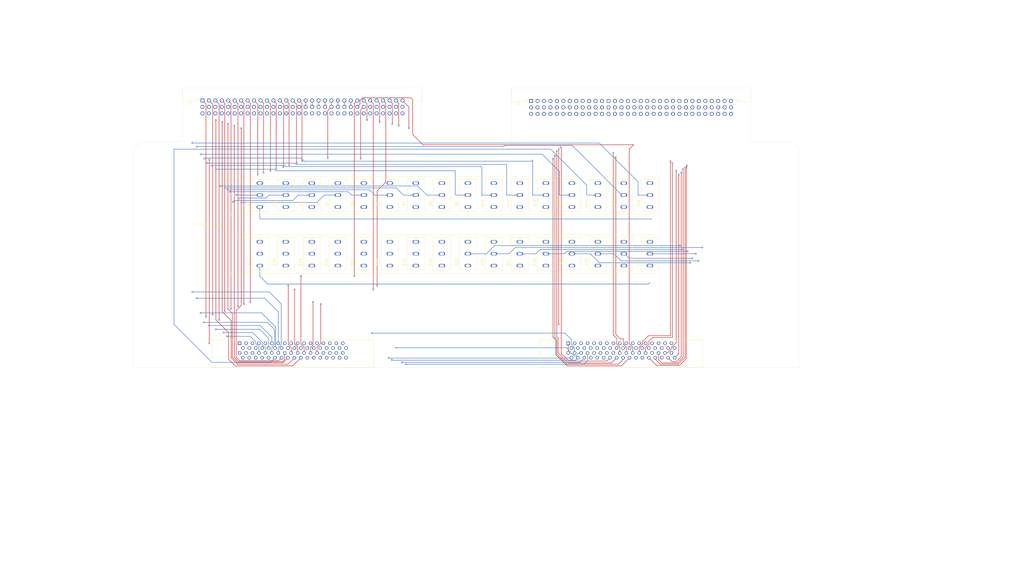
<source format=kicad_pcb>
(kicad_pcb (version 20241229) (generator "pcbnew") (generator_version "9.0")
  (layers (0 "F.Cu" signal "Top Layer") (4 "In1.Cu" signal) (6 "In2.Cu" signal) (8 "In3.Cu" signal) (10 "In4.Cu" signal) (2 "B.Cu" signal "Bottom Layer") (13 "F.Paste" user "Top Paste") (15 "B.Paste" user "Bottom Paste") (5 "F.SilkS" user "Top Overlay") (7 "B.SilkS" user "Bottom Overlay") (1 "F.Mask" user "Top Solder") (3 "B.Mask" user "Bottom Solder") (25 "Edge.Cuts" user))
  (property "ADDRESS1" "")
  (property "ADDRESS2" "")
  (property "ADDRESS3" "")
  (property "ADDRESS4" "")
  (property "AUTHOR" "")
  (property "DOCUMENTNUMBER" "")
  (property "DRAWNBY" "Ivan P. revised by Marko M.")
  (property "ENGINEER" "Default")
  (property "ORGANIZATION" "Typhoon HIL")
  (property "PAGESETUP" "Record=PageOptions¦CenterHorizontal=True¦CenterVertical=True¦PrintScale=0.97¦XCorrection=1.00¦YCorrection=1.00¦PrintKind=0¦BorderSize=5000000¦LeftOffset=0¦BottomOffset=0¦Orientation=2¦PaperLength=1000¦PaperWidth=1000¦Scale=100¦PaperSource=7¦PrintQuality=-4¦MediaType=1¦DitherType=10¦PaperKind=A4¦PrintScaleMode=1")
  (property "PROJECTNAME" "Snap-In Breakout Board 3.0")
  (property "SHEETTOTAL" "1")
  (property "SIZE" "A2")
  (net 0 "")
  (net 1 "AGND")
  (net 2 "AO2")
  (net 3 "AO6")
  (net 5 "AO0")
  (net 6 "AI13")
  (net 7 "AO12")
  (net 9 "Net-(J4-PadB5)")
  (net 10 "AI0")
  (net 11 "AO8")
  (net 13 "AO13")
  (net 14 "Net-(J4-PadB6)")
  (net 15 "AI6")
  (net 16 "AO7")
  (net 17 "AO10")
  (net 18 "AI1")
  (net 19 "AO4")
  (net 20 "Net-(J4-PadA12)")
  (net 21 "AO5")
  (net 22 "AO14")
  (net 23 "AO15")
  (net 24 "AI15")
  (net 25 "AI14")
  (net 26 "Net-(J4-PadB9)")
  (net 27 "AO3")
  (net 28 "AO11")
  (net 29 "AI2")
  (net 30 "AI10")
  (net 31 "AO1")
  (net 32 "AI11")
  (net 33 "AI12")
  (net 34 "AI5")
  (net 35 "AI8")
  (net 36 "AI9")
  (net 37 "AO9")
  (net 38 "AI7")
  (net 39 "AI4")
  (net 40 "AI3")
  (net 41 "Net-(J4-PadB11)")
  (net 42 "DI0")
  (net 43 "Net-(J4-PadB3)")
  (net 44 "DO0")
  (net 46 "Net-(J4-PadA11)")
  (net 48 "Net-(J4-PadB7)")
  (net 49 "Net-(J4-PadB4)")
  (net 51 "Net-(J4-PadB8)")
  (net 52 "Net-(J4-PadB12)")
  (net 53 "Net-(J4-PadB13)")
  (net 54 "Net-(J4-PadA10)")
  (net 56 "Net-(J4-PadB2)")
  (net 58 "Net-(J4-PadB10)")
  (net 60 "Net-(J4-PadA13)")
  (net 63 "Net-(J5-PadB7)")
  (net 64 "Net-(J5-PadB8)")
  (net 65 "Net-(J5-PadB9)")
  (net 67 "Net-(J5-PadA12)")
  (net 69 "Net-(J5-PadB11)")
  (net 70 "Net-(J5-PadB10)")
  (net 72 "Net-(J5-PadB6)")
  (net 75 "Net-(J5-PadB4)")
  (net 76 "Net-(J5-PadB12)")
  (net 77 "Net-(J5-PadB13)")
  (net 78 "Net-(J5-PadA11)")
  (net 79 "Net-(J5-PadB5)")
  (net 82 "Net-(J5-PadA10)")
  (net 85 "Net-(J5-PadB3)")
  (net 86 "Net-(J5-PadA13)")
  (net 87 "Net-(J5-PadB2)")
  (net 88 "-12Vout")
  (net 89 "-5Vout")
  (net 90 "/ANout17")
  (net 91 "+5Vout")
  (net 92 "/ANout18")
  (net 93 "/ANout25")
  (net 94 "/ANout28")
  (net 95 "/ANout22")
  (net 96 "+12Vout")
  (net 97 "/ANout26")
  (net 98 "/ANout21")
  (net 99 "/ANout24")
  (net 100 "/ANout29")
  (net 101 "/ANout30")
  (net 102 "/ANout27")
  (net 103 "/ANout20")
  (net 104 "/ANout31")
  (net 105 "/ANout23")
  (net 106 "/ANout32")
  (net 107 "/ANout19")
  (net 108 "DGND")
  (net 109 "24VDout")
  (net 110 "5VDout")
  (net 111 "15VDout")
  (net 112 "3.3VDout_1")
  (net 113 "3.3VDout")
  (net 114 "DI21")
  (net 115 "DI15")
  (net 116 "DI23")
  (net 117 "DI28")
  (net 118 "DO11")
  (net 119 "DO1")
  (net 120 "DO17")
  (net 121 "DO6")
  (net 122 "DO3")
  (net 123 "DO30")
  (net 124 "DI7")
  (net 125 "DO27")
  (net 126 "DI11")
  (net 127 "DO25")
  (net 128 "DI20")
  (net 129 "DO29")
  (net 130 "DO28")
  (net 131 "DI5")
  (net 132 "DI8")
  (net 133 "DI18")
  (net 134 "DO13")
  (net 135 "DO23")
  (net 136 "DO4")
  (net 137 "DO15")
  (net 138 "DO22")
  (net 139 "DO16")
  (net 140 "DI1")
  (net 141 "DO26")
  (net 142 "DI25")
  (net 143 "DO2")
  (net 144 "DO10")
  (net 145 "DO31")
  (net 146 "DI24")
  (net 147 "DI10")
  (net 148 "DO5")
  (net 149 "DI2")
  (net 150 "DO19")
  (net 151 "DI30")
  (net 152 "DO14")
  (net 153 "DI26")
  (net 154 "DI16")
  (net 155 "DI22")
  (net 156 "DI14")
  (net 157 "DO20")
  (net 158 "DI27")
  (net 159 "DO9")
  (net 160 "DO24")
  (net 161 "DO8")
  (net 162 "DI31")
  (net 163 "DI29")
  (net 164 "DO21")
  (net 165 "DI3")
  (net 166 "DI13")
  (net 167 "DI17")
  (net 168 "DI9")
  (net 169 "DI6")
  (net 170 "DO12")
  (net 171 "DO18")
  (net 172 "DO7")
  (net 173 "DI19")
  (net 174 "DI4")
  (net 175 "DI12")
  (footprint "ProjectSpecificFootprints:TE_2-5174225-5" (layer "F.Cu") (at 209.46315 142.6789)
    (property "Reference" "J5")
    (property "Value" "2-5174225-5")
  )
  (footprint "ProjectSpecificFootprints:SW_SLW-1276864-4A-D" (layer "F.Cu") (at 97.7874 103.5839 90)
    (property "Reference" "S20")
    (property "Value" "SLW-1276864-4A-D")
  )
  (footprint "ProjectSpecificFootprints:SW_SLW-1276864-4A-D" (layer "F.Cu") (at 87.5474 80.4839 90)
    (property "Reference" "S3")
    (property "Value" "SLW-1276864-4A-D")
  )
  (footprint "ProjectSpecificFootprints:SW_SLW-1276864-4A-D" (layer "F.Cu") (at 189.9474 103.5839 90)
    (property "Reference" "S29")
    (property "Value" "SLW-1276864-4A-D")
  )
  (footprint "ProjectSpecificFootprints:SW_SLW-1276864-4A-D" (layer "F.Cu") (at 67.0674 103.5839 90)
    (property "Reference" "S17")
    (property "Value" "SLW-1276864-4A-D")
  )
  (footprint "ProjectSpecificFootprints:SW_SLW-1276864-4A-D" (layer "F.Cu") (at 220.6674 103.5839 90)
    (property "Reference" "S32")
    (property "Value" "SLW-1276864-4A-D")
  )
  (footprint "ProjectSpecificFootprints:SW_SLW-1276864-4A-D" (layer "F.Cu") (at 210.4274 103.5839 90)
    (property "Reference" "S31")
    (property "Value" "SLW-1276864-4A-D")
  )
  (footprint "ProjectSpecificFootprints:SW_SLW-1276864-4A-D" (layer "F.Cu") (at 179.7074 103.5839 90)
    (property "Reference" "S28")
    (property "Value" "SLW-1276864-4A-D")
  )
  (footprint "ProjectSpecificFootprints:SW_SLW-1276864-4A-D" (layer "F.Cu") (at 189.9474 80.4839 90)
    (property "Reference" "S13")
    (property "Value" "SLW-1276864-4A-D")
  )
  (footprint "ProjectSpecificFootprints:SW_SLW-1276864-4A-D" (layer "F.Cu") (at 200.1874 103.5839 90)
    (property "Reference" "S30")
    (property "Value" "SLW-1276864-4A-D")
  )
  (footprint "Connector_DIN:DIN41612_R_3x32_Female_Horizontal_THT" (layer "F.Cu") (at 173.8874 43.3839)
    (property "Reference" "J2")
    (property "Value" "DIN41612_03x32_C_Split")
  )
  (footprint "ProjectSpecificFootprints:SW_SLW-1276864-4A-D" (layer "F.Cu") (at 159.2274 103.5839 90)
    (property "Reference" "S26")
    (property "Value" "SLW-1276864-4A-D")
  )
  (footprint "ProjectSpecificFootprints:SW_SLW-1276864-4A-D" (layer "F.Cu") (at 128.5074 80.4839 90)
    (property "Reference" "S7")
    (property "Value" "SLW-1276864-4A-D")
  )
  (footprint "ProjectSpecificFootprints:SW_SLW-1276864-4A-D" (layer "F.Cu") (at 108.0274 80.4839 90)
    (property "Reference" "S5")
    (property "Value" "SLW-1276864-4A-D")
  )
  (footprint "ProjectSpecificFootprints:SW_SLW-1276864-4A-D" (layer "F.Cu") (at 148.9874 80.4839 90)
    (property "Reference" "S9")
    (property "Value" "SLW-1276864-4A-D")
  )
  (footprint "ProjectSpecificFootprints:SW_SLW-1276864-4A-D" (layer "F.Cu") (at 118.2674 80.4839 90)
    (property "Reference" "S6")
    (property "Value" "SLW-1276864-4A-D")
  )
  (footprint "ProjectSpecificFootprints:SW_SLW-1276864-4A-D" (layer "F.Cu") (at 87.5474 103.5839 90)
    (property "Reference" "S19")
    (property "Value" "SLW-1276864-4A-D")
  )
  (footprint "ProjectSpecificFootprints:SW_SLW-1276864-4A-D" (layer "F.Cu") (at 179.7074 80.4839 90)
    (property "Reference" "S12")
    (property "Value" "SLW-1276864-4A-D")
  )
  (footprint "ProjectSpecificFootprints:SW_SLW-1276864-4A-D" (layer "F.Cu") (at 118.2674 103.5839 90)
    (property "Reference" "S22")
    (property "Value" "SLW-1276864-4A-D")
  )
  (footprint "ProjectSpecificFootprints:SW_SLW-1276864-4A-D" (layer "F.Cu") (at 159.2274 80.4839 90)
    (property "Reference" "S10")
    (property "Value" "SLW-1276864-4A-D")
  )
  (footprint "ProjectSpecificFootprints:SW_SLW-1276864-4A-D" (layer "F.Cu") (at 108.0274 103.5839 90)
    (property "Reference" "S21")
    (property "Value" "SLW-1276864-4A-D")
  )
  (footprint "ProjectSpecificFootprints:SW_SLW-1276864-4A-D" (layer "F.Cu") (at 148.9874 103.5839 90)
    (property "Reference" "S25")
    (property "Value" "SLW-1276864-4A-D")
  )
  (footprint "ProjectSpecificFootprints:SW_SLW-1276864-4A-D" (layer "F.Cu") (at 138.7474 103.5839 90)
    (property "Reference" "S24")
    (property "Value" "SLW-1276864-4A-D")
  )
  (footprint "ProjectSpecificFootprints:SW_SLW-1276864-4A-D" (layer "F.Cu") (at 97.7874 80.4839 90)
    (property "Reference" "S4")
    (property "Value" "SLW-1276864-4A-D")
  )
  (footprint "ProjectSpecificFootprints:SW_SLW-1276864-4A-D" (layer "F.Cu") (at 169.4674 103.5839 90)
    (property "Reference" "S27")
    (property "Value" "SLW-1276864-4A-D")
  )
  (footprint "ProjectSpecificFootprints:SW_SLW-1276864-4A-D" (layer "F.Cu") (at 128.5074 103.5839 90)
    (property "Reference" "S23")
    (property "Value" "SLW-1276864-4A-D")
  )
  (footprint "ProjectSpecificFootprints:SW_SLW-1276864-4A-D" (layer "F.Cu") (at 67.0674 80.4839 90)
    (property "Reference" "S1")
    (property "Value" "SLW-1276864-4A-D")
  )
  (footprint "ProjectSpecificFootprints:SW_SLW-1276864-4A-D" (layer "F.Cu") (at 77.3074 80.4839 90)
    (property "Reference" "S2")
    (property "Value" "SLW-1276864-4A-D")
  )
  (footprint "ProjectSpecificFootprints:TE_2-5174225-5" (layer "F.Cu") (at 80.06315 142.6789)
    (property "Reference" "J4")
    (property "Value" "2-5174225-5")
  )
  (footprint "ProjectSpecificFootprints:SW_SLW-1276864-4A-D" (layer "F.Cu") (at 210.4274 80.4839 90)
    (property "Reference" "S15")
    (property "Value" "SLW-1276864-4A-D")
  )
  (footprint "ProjectSpecificFootprints:SW_SLW-1276864-4A-D" (layer "F.Cu") (at 77.3074 103.5839 90)
    (property "Reference" "S18")
    (property "Value" "SLW-1276864-4A-D")
  )
  (footprint "Connector_DIN:DIN41612_R_3x32_Female_Horizontal_THT" (layer "F.Cu") (at 44.4874 43.1839)
    (property "Reference" "J1")
    (property "Value" "DIN41612_03x32_C_Split")
  )
  (footprint "ProjectSpecificFootprints:SW_SLW-1276864-4A-D" (layer "F.Cu") (at 220.6674 80.4839 90)
    (property "Reference" "S16")
    (property "Value" "SLW-1276864-4A-D")
  )
  (footprint "ProjectSpecificFootprints:SW_SLW-1276864-4A-D" (layer "F.Cu") (at 169.4674 80.4839 90)
    (property "Reference" "S11")
    (property "Value" "SLW-1276864-4A-D")
  )
  (footprint "ProjectSpecificFootprints:SW_SLW-1276864-4A-D" (layer "F.Cu") (at 200.1874 80.4839 90)
    (property "Reference" "S14")
    (property "Value" "SLW-1276864-4A-D")
  )
  (footprint "ProjectSpecificFootprints:SW_SLW-1276864-4A-D" (layer "F.Cu") (at 138.7474 80.4839 90)
    (property "Reference" "S8")
    (property "Value" "SLW-1276864-4A-D")
  )
  (gr_line (start 62.6424 111.3839) (end 223.8924 111.3839) (stroke (width 0.1)) (layer "F.SilkS"))
  (gr_line (start 62.6424 73.1339) (end 223.8924 73.1339) (stroke (width 0.1)) (layer "F.SilkS"))
  (gr_line (start 62.6424 96.1339) (end 223.8924 96.1339) (stroke (width 0.1)) (layer "F.SilkS"))
  (gr_line (start 62.6424 88.1339) (end 223.8924 88.1339) (stroke (width 0.1)) (layer "F.SilkS"))
  (gr_line (start 279.7556 148.3839) (end 20.6674 148.3839) (stroke (width 0.05)) (layer "Edge.Cuts"))
  (gr_line (start 131.953 59.3725) (end 165.0492 59.3725) (stroke (width 0.05)) (layer "Edge.Cuts"))
  (gr_arc (start 274.6756 59.3725) (mid 278.267702 60.860398) (end 279.7556 64.4525) (stroke (width 0.05)) (layer "Edge.Cuts"))
  (gr_line (start 260.1976 38.2397) (end 260.1976 58.1025) (stroke (width 0.05)) (layer "Edge.Cuts"))
  (gr_line (start 279.7556 64.4525) (end 279.7556 148.3839) (stroke (width 0.05)) (layer "Edge.Cuts"))
  (gr_line (start 36.8046 58.1025) (end 36.8046 38.2397) (stroke (width 0.05)) (layer "Edge.Cuts"))
  (gr_line (start 166.3192 58.1025) (end 166.3192 38.2397) (stroke (width 0.05)) (layer "Edge.Cuts"))
  (gr_arc (start 17.2512 64.4479) (mid 18.73775 60.85905) (end 22.3266 59.3725) (stroke (width 0.05)) (layer "Edge.Cuts"))
  (gr_line (start 130.683 38.2397) (end 130.683 58.1025) (stroke (width 0.05)) (layer "Edge.Cuts"))
  (gr_arc (start 131.953 59.3725) (mid 131.054974 59.000526) (end 130.683 58.1025) (stroke (width 0.05)) (layer "Edge.Cuts"))
  (gr_arc (start 36.8046 58.1025) (mid 36.432626 59.000526) (end 35.5346 59.3725) (stroke (width 0.05)) (layer "Edge.Cuts"))
  (gr_line (start 36.8046 38.2397) (end 130.683 38.2397) (stroke (width 0.05)) (layer "Edge.Cuts"))
  (gr_line (start 20.6674 148.3839) (end 17.2674 148.3839) (stroke (width 0.05)) (layer "Edge.Cuts"))
  (gr_arc (start 166.3192 58.1025) (mid 165.947226 59.000526) (end 165.0492 59.3725) (stroke (width 0.05)) (layer "Edge.Cuts"))
  (gr_line (start 274.6756 59.3725) (end 261.4676 59.3725) (stroke (width 0.05)) (layer "Edge.Cuts"))
  (gr_line (start 17.2674 148.3839) (end 17.2512 64.4479) (stroke (width 0.05)) (layer "Edge.Cuts"))
  (gr_line (start 166.3192 38.2397) (end 260.1976 38.2397) (stroke (width 0.05)) (layer "Edge.Cuts"))
  (gr_arc (start 261.4676 59.3725) (mid 260.569574 59.000526) (end 260.1976 58.1025) (stroke (width 0.05)) (layer "Edge.Cuts"))
  (gr_line (start 35.5346 59.3725) (end 22.3266 59.3725) (stroke (width 0.05)) (layer "Edge.Cuts"))
  (gr_text "NI Output\n" (at 55.0174 88.6339 0) (layer "F.SilkS") (effects (font (size 1 1) (thickness 0.1)) (justify left bottom)))
  (gr_text "NI Input" (at 56.0174 96.6339 0) (layer "F.SilkS") (effects (font (size 1 1) (thickness 0.1)) (justify left bottom)))
  (gr_text "NI Input" (at 56.0174 73.6339 0) (layer "F.SilkS") (effects (font (size 1 1) (thickness 0.1)) (justify left bottom)))
  (gr_text "NI Output\n" (at 55.0174 111.8839 0) (layer "F.SilkS") (effects (font (size 1 1) (thickness 0.1)) (justify left bottom)))
  (gr_text "NI Digital Control" (at 40.8674 92.5839 0) (layer "F.SilkS") (effects (font (size 1 1) (thickness 0.1)) (justify left bottom)))
  (segment (start 51.0314 126.9479) (end 51.0314 44.6479) (width 0.2) (layer "F.Cu") (net 2))
  (segment (start 51.0674 126.9839) (end 51.0314 126.9479) (width 0.2) (layer "F.Cu") (net 2))
  (segment (start 51.0314 44.6479) (end 49.5674 43.1839) (width 0.2) (layer "F.Cu") (net 2))
  (segment (start 51.0674 129.6339) (end 51.0674 126.9839) (width 0.2) (layer "F.Cu") (net 2))
  (via (at 51.0674 129.6339) (size 0.6) (drill 0.3) (layers "F.Cu" "B.Cu") (net 2))
  (segment (start 60.8674 123.3839) (end 60.8034 123.3199) (width 0.2) (layer "F.Cu") (net 3))
  (segment (start 89.58815 142.6789) (end 89.58815 140.46315) (width 0.2) (layer "F.Cu") (net 3))
  (segment (start 60.8034 123.3199) (end 60.8034 44.2599) (width 0.2) (layer "F.Cu") (net 3))
  (segment (start 60.8034 44.2599) (end 59.7274 43.1839) (width 0.2) (layer "F.Cu") (net 3))
  (segment (start 89.58815 140.46315) (end 91.0674 138.9839) (width 0.2) (layer "F.Cu") (net 3))
  (segment (start 91.0674 138.9839) (end 91.0674 123.3839) (width 0.2) (layer "F.Cu") (net 3))
  (via (at 60.8674 123.3839) (size 0.6) (drill 0.3) (layers "F.Cu" "B.Cu") (net 3))
  (via (at 91.0674 123.3839) (size 0.6) (drill 0.3) (layers "F.Cu" "B.Cu") (net 3))
  (segment (start 44.4874 43.1839) (end 45.8674 44.5639) (width 0.2) (layer "F.Cu") (net 5))
  (segment (start 45.8674 44.5639) (end 45.8674 128.3839) (width 0.2) (layer "F.Cu") (net 5))
  (via (at 45.8674 128.3839) (size 0.6) (drill 0.3) (layers "F.Cu" "B.Cu") (net 5))
  (segment (start 207.55815 144.5839) (end 205.50815 146.6339) (width 0.2) (layer "F.Cu") (net 6))
  (segment (start 188.5174 146.6339) (end 184.5174 142.6339) (width 0.2) (layer "F.Cu") (net 6))
  (segment (start 184.5174 142.6339) (end 184.5174 136.8839) (width 0.2) (layer "F.Cu") (net 6))
  (segment (start 184.0174 136.3839) (end 184.0174 63.1339) (width 0.2) (layer "F.Cu") (net 6))
  (segment (start 205.50815 146.6339) (end 188.5174 146.6339) (width 0.2) (layer "F.Cu") (net 6))
  (segment (start 184.5174 136.8839) (end 184.0174 136.3839) (width 0.2) (layer "F.Cu") (net 6))
  (via (at 184.0174 63.1339) (size 0.6) (drill 0.3) (layers "F.Cu" "B.Cu") (net 6))
  (segment (start 74.9674 43.1839) (end 76.4314 44.6479) (width 0.2) (layer "F.Cu") (net 7))
  (segment (start 222.79815 145.16465) (end 224.7674 147.1339) (width 0.2) (layer "F.Cu") (net 7))
  (segment (start 231.80095 147.1339) (end 234.5174 144.41745) (width 0.2) (layer "F.Cu") (net 7))
  (segment (start 224.7674 147.1339) (end 231.80095 147.1339) (width 0.2) (layer "F.Cu") (net 7))
  (segment (start 222.79815 144.5839) (end 222.79815 145.16465) (width 0.2) (layer "F.Cu") (net 7))
  (segment (start 234.5174 144.41745) (end 234.5174 69.6339) (width 0.2) (layer "F.Cu") (net 7))
  (segment (start 76.4314 44.6479) (end 76.4314 69.2199) (width 0.2) (layer "F.Cu") (net 7))
  (segment (start 76.4314 69.2199) (end 76.2674 69.3839) (width 0.2) (layer "F.Cu") (net 7))
  (via (at 234.5174 69.6339) (size 0.6) (drill 0.3) (layers "F.Cu" "B.Cu") (net 7))
  (via (at 76.2674 69.3839) (size 0.6) (drill 0.3) (layers "F.Cu" "B.Cu") (net 7))
  (via (at 59.7674 83.3839) (size 0.6) (drill 0.3) (layers "F.Cu" "B.Cu") (net 9))
  (segment (start 92.4174 80.4839) (end 89.5174 83.3839) (width 0.2) (layer "B.Cu") (net 9))
  (segment (start 94.0174 80.4839) (end 93.9174 80.4839) (width 0.2) (layer "B.Cu") (net 9))
  (segment (start 94.0174 80.4839) (end 92.4174 80.4839) (width 0.2) (layer "B.Cu") (net 9))
  (segment (start 89.5174 83.3839) (end 59.7674 83.3839) (width 0.2) (layer "B.Cu") (net 9))
  (segment (start 97.7874 80.4839) (end 94.0174 80.4839) (width 0.2) (layer "B.Cu") (net 9))
  (segment (start 84.50815 140.37465) (end 84.50815 142.6789) (width 0.2) (layer "F.Cu") (net 10))
  (segment (start 83.2674 112.3839) (end 83.2674 139.1339) (width 0.2) (layer "F.Cu") (net 10))
  (segment (start 104.2674 44.3639) (end 104.2674 112.3839) (width 0.2) (layer "F.Cu") (net 10))
  (segment (start 83.2674 139.1339) (end 84.50815 140.37465) (width 0.2) (layer "F.Cu") (net 10))
  (segment (start 105.4474 43.1839) (end 104.2674 44.3639) (width 0.2) (layer "F.Cu") (net 10))
  (via (at 83.2674 112.3839) (size 0.6) (drill 0.3) (layers "F.Cu" "B.Cu") (net 10))
  (via (at 104.2674 112.3839) (size 0.6) (drill 0.3) (layers "F.Cu" "B.Cu") (net 10))
  (segment (start 64.8074 43.1839) (end 66.2714 44.6479) (width 0.2) (layer "F.Cu") (net 11))
  (segment (start 66.2714 44.6479) (end 66.2714 72.3799) (width 0.2) (layer "F.Cu") (net 11))
  (segment (start 232.0174 72.3839) (end 232.0174 142.98465) (width 0.2) (layer "F.Cu") (net 11))
  (segment (start 232.0174 142.98465) (end 230.41815 144.5839) (width 0.2) (layer "F.Cu") (net 11))
  (via (at 232.0174 72.3839) (size 0.6) (drill 0.3) (layers "F.Cu" "B.Cu") (net 11))
  (via (at 66.2674 72.3839) (size 0.6) (drill 0.3) (layers "F.Cu" "B.Cu") (net 11))
  (segment (start 223.30815 147.6339) (end 232.2674 147.6339) (width 0.2) (layer "F.Cu") (net 13))
  (segment (start 235.0174 69.1339) (end 235.2674 68.8839) (width 0.2) (layer "F.Cu") (net 13))
  (segment (start 235.0174 69.283957) (end 235.0174 69.1339) (width 0.2) (layer "F.Cu") (net 13))
  (segment (start 78.5834 44.2599) (end 77.5074 43.1839) (width 0.2) (layer "F.Cu") (net 13))
  (segment (start 220.25815 144.5839) (end 223.30815 147.6339) (width 0.2) (layer "F.Cu") (net 13))
  (segment (start 235.1184 69.384957) (end 235.0174 69.283957) (width 0.2) (layer "F.Cu") (net 13))
  (segment (start 78.5834 68.5499) (end 78.5834 44.2599) (width 0.2) (layer "F.Cu") (net 13))
  (segment (start 232.2674 147.6339) (end 235.0174 144.8839) (width 0.2) (layer "F.Cu") (net 13))
  (segment (start 235.1184 69.882843) (end 235.1184 69.384957) (width 0.2) (layer "F.Cu") (net 13))
  (segment (start 78.6574 68.6239) (end 78.5834 68.5499) (width 0.2) (layer "F.Cu") (net 13))
  (segment (start 235.0174 144.8839) (end 235.0174 69.983843) (width 0.2) (layer "F.Cu") (net 13))
  (segment (start 235.0174 69.983843) (end 235.1184 69.882843) (width 0.2) (layer "F.Cu") (net 13))
  (via (at 78.6574 68.6239) (size 0.6) (drill 0.3) (layers "F.Cu" "B.Cu") (net 13))
  (via (at 235.2674 68.8839) (size 0.6) (drill 0.3) (layers "F.Cu" "B.Cu") (net 13))
  (via (at 55.2674 79.1339) (size 0.6) (drill 0.3) (layers "F.Cu" "B.Cu") (net 14))
  (segment (start 103.1174 80.4839) (end 101.7674 79.1339) (width 0.2) (layer "B.Cu") (net 14))
  (segment (start 108.0274 80.4839) (end 103.1174 80.4839) (width 0.2) (layer "B.Cu") (net 14))
  (segment (start 101.7674 79.1339) (end 55.2674 79.1339) (width 0.2) (layer "B.Cu") (net 14))
  (segment (start 76.88815 145.26315) (end 76.88815 142.6789) (width 0.2) (layer "F.Cu") (net 15))
  (segment (start 76.0174 146.1339) (end 76.88815 145.26315) (width 0.2) (layer "F.Cu") (net 15))
  (segment (start 121.7674 44.2639) (end 120.6874 43.1839) (width 0.2) (layer "F.Cu") (net 15))
  (segment (start 58.73385 146.1339) (end 76.0174 146.1339) (width 0.2) (layer "F.Cu") (net 15))
  (segment (start 57.0174 53.1339) (end 57.0174 144.41745) (width 0.2) (layer "F.Cu") (net 15))
  (segment (start 121.7674 53.1339) (end 121.7674 44.2639) (width 0.2) (layer "F.Cu") (net 15))
  (segment (start 57.0174 144.41745) (end 58.73385 146.1339) (width 0.2) (layer "F.Cu") (net 15))
  (via (at 57.0174 53.1339) (size 0.6) (drill 0.3) (layers "F.Cu" "B.Cu") (net 15))
  (via (at 121.7674 53.1339) (size 0.6) (drill 0.3) (layers "F.Cu" "B.Cu") (net 15))
  (segment (start 87.04815 142.6789) (end 87.04815 140.60315) (width 0.2) (layer "F.Cu") (net 16))
  (segment (start 88.02815 139.62315) (end 88.02815 122.64465) (width 0.2) (layer "F.Cu") (net 16))
  (segment (start 63.3434 44.2599) (end 63.3434 122.5579) (width 0.2) (layer "F.Cu") (net 16))
  (segment (start 63.3434 122.5579) (end 63.2674 122.6339) (width 0.2) (layer "F.Cu") (net 16))
  (segment (start 88.02815 122.64465) (end 88.0174 122.6339) (width 0.2) (layer "F.Cu") (net 16))
  (segment (start 87.04815 140.60315) (end 88.02815 139.62315) (width 0.2) (layer "F.Cu") (net 16))
  (segment (start 62.2674 43.1839) (end 63.3434 44.2599) (width 0.2) (layer "F.Cu") (net 16))
  (via (at 88.0174 122.6339) (size 0.6) (drill 0.3) (layers "F.Cu" "B.Cu") (net 16))
  (via (at 63.2674 122.6339) (size 0.6) (drill 0.3) (layers "F.Cu" "B.Cu") (net 16))
  (segment (start 231.0174 138.6139) (end 229.2774 140.3539) (width 0.2) (layer "F.Cu") (net 17))
  (segment (start 229.2774 140.969901) (end 227.568401 142.6789) (width 0.2) (layer "F.Cu") (net 17))
  (segment (start 229.2774 140.3539) (end 229.2774 140.969901) (width 0.2) (layer "F.Cu") (net 17))
  (segment (start 71.2674 44.5639) (end 71.2674 70.8839) (width 0.2) (layer "F.Cu") (net 17))
  (segment (start 231.0174 70.8839) (end 231.0174 138.6139) (width 0.2) (layer "F.Cu") (net 17))
  (segment (start 69.8874 43.1839) (end 71.2674 44.5639) (width 0.2) (layer "F.Cu") (net 17))
  (segment (start 227.568401 142.6789) (end 226.60815 142.6789) (width 0.2) (layer "F.Cu") (net 17))
  (via (at 231.0174 70.8839) (size 0.6) (drill 0.3) (layers "F.Cu" "B.Cu") (net 17))
  (via (at 71.2674 70.8839) (size 0.6) (drill 0.3) (layers "F.Cu" "B.Cu") (net 17))
  (segment (start 54.7674 134.6339) (end 54.7674 145.1339) (width 0.2) (layer "F.Cu") (net 18))
  (segment (start 57.4164 147.7829) (end 80.03915 147.7829) (width 0.2) (layer "F.Cu") (net 18))
  (segment (start 109.2674 44.4639) (end 107.9874 43.1839) (width 0.2) (layer "F.Cu") (net 18))
  (segment (start 49.7674 129.6339) (end 54.7674 134.6339) (width 0.2) (layer "F.Cu") (net 18))
  (segment (start 49.7674 50.8839) (end 49.7674 129.6339) (width 0.2) (layer "F.Cu") (net 18))
  (segment (start 54.7674 145.1339) (end 57.4164 147.7829) (width 0.2) (layer "F.Cu") (net 18))
  (segment (start 109.2674 50.8839) (end 109.2674 44.4639) (width 0.2) (layer "F.Cu") (net 18))
  (segment (start 80.03915 147.7829) (end 83.23815 144.5839) (width 0.2) (layer "F.Cu") (net 18))
  (via (at 109.2674 50.8839) (size 0.6) (drill 0.3) (layers "F.Cu" "B.Cu") (net 18))
  (via (at 49.7674 50.8839) (size 0.6) (drill 0.3) (layers "F.Cu" "B.Cu") (net 18))
  (segment (start 54.6474 43.1839) (end 55.7234 44.2599) (width 0.2) (layer "F.Cu") (net 19))
  (segment (start 55.7234 125.3279) (end 55.6674 125.3839) (width 0.2) (layer "F.Cu") (net 19))
  (segment (start 55.7234 44.2599) (end 55.7234 125.3279) (width 0.2) (layer "F.Cu") (net 19))
  (via (at 55.6674 125.3839) (size 0.6) (drill 0.3) (layers "F.Cu" "B.Cu") (net 19))
  (via (at 43.7674 64.3839) (size 0.6) (drill 0.3) (layers "F.Cu" "B.Cu") (net 20))
  (via (at 43.7674 126.8839) (size 0.6) (drill 0.3) (layers "F.Cu" "B.Cu") (net 20))
  (segment (start 185.0174 80.3839) (end 185.0174 71.1339) (width 0.2) (layer "B.Cu") (net 20))
  (segment (start 43.7674 126.8839) (end 67.7674 126.8839) (width 0.2) (layer "B.Cu") (net 20))
  (segment (start 185.0174 71.1339) (end 179.2674 65.3839) (width 0.2) (layer "B.Cu") (net 20))
  (segment (start 67.7674 126.8839) (end 73.3174 132.4339) (width 0.2) (layer "B.Cu") (net 20))
  (segment (start 178.2674 64.3839) (end 43.7674 64.3839) (width 0.2) (layer "B.Cu") (net 20))
  (segment (start 185.1174 80.4839) (end 185.0174 80.3839) (width 0.2) (layer "B.Cu") (net 20))
  (segment (start 189.9474 80.4839) (end 185.1174 80.4839) (width 0.2) (layer "B.Cu") (net 20))
  (segment (start 73.3174 132.4339) (end 73.3174 140.53465) (width 0.2) (layer "B.Cu") (net 20))
  (segment (start 179.2674 65.3839) (end 178.2674 64.3839) (width 0.2) (layer "B.Cu") (net 20))
  (segment (start 73.3174 140.53465) (end 73.07815 140.7739) (width 0.2) (layer "B.Cu") (net 20))
  (segment (start 58.4674 44.4639) (end 58.4674 124.3839) (width 0.2) (layer "F.Cu") (net 21))
  (segment (start 57.1874 43.1839) (end 58.4674 44.4639) (width 0.2) (layer "F.Cu") (net 21))
  (via (at 58.4674 124.3839) (size 0.6) (drill 0.3) (layers "F.Cu" "B.Cu") (net 21))
  (segment (start 220.2674 138.1339) (end 221.7674 136.6339) (width 0.2) (layer "F.Cu") (net 22))
  (segment (start 81.6424 67.7589) (end 81.5114 67.6279) (width 0.2) (layer "F.Cu") (net 22))
  (segment (start 218.98815 140.53315) (end 220.2674 139.2539) (width 0.2) (layer "F.Cu") (net 22))
  (segment (start 229.5174 136.6339) (end 229.5174 67.8839) (width 0.2) (layer "F.Cu") (net 22))
  (segment (start 81.5114 44.6479) (end 80.0474 43.1839) (width 0.2) (layer "F.Cu") (net 22))
  (segment (start 221.7674 136.6339) (end 229.5174 136.6339) (width 0.2) (layer "F.Cu") (net 22))
  (segment (start 220.2674 139.2539) (end 220.2674 138.1339) (width 0.2) (layer "F.Cu") (net 22))
  (segment (start 218.98815 142.6789) (end 218.98815 140.53315) (width 0.2) (layer "F.Cu") (net 22))
  (segment (start 81.5114 67.6279) (end 81.5114 44.6479) (width 0.2) (layer "F.Cu") (net 22))
  (via (at 229.5174 67.8839) (size 0.6) (drill 0.3) (layers "F.Cu" "B.Cu") (net 22))
  (via (at 81.6424 67.7589) (size 0.6) (drill 0.3) (layers "F.Cu" "B.Cu") (net 22))
  (segment (start 217.7674 138.2139) (end 220.0974 135.8839) (width 0.2) (layer "F.Cu") (net 23))
  (segment (start 83.6634 67.0299) (end 83.6634 44.2599) (width 0.2) (layer "F.Cu") (net 23))
  (segment (start 220.0974 135.8839) (end 228.7674 135.8839) (width 0.2) (layer "F.Cu") (net 23))
  (segment (start 216.44815 142.6789) (end 216.44815 140.49315) (width 0.2) (layer "F.Cu") (net 23))
  (segment (start 216.44815 140.49315) (end 217.7674 139.1739) (width 0.2) (layer "F.Cu") (net 23))
  (segment (start 228.7674 135.8839) (end 228.7674 67.1339) (width 0.2) (layer "F.Cu") (net 23))
  (segment (start 83.7674 67.1339) (end 83.6634 67.0299) (width 0.2) (layer "F.Cu") (net 23))
  (segment (start 83.6634 44.2599) (end 82.5874 43.1839) (width 0.2) (layer "F.Cu") (net 23))
  (segment (start 217.7674 139.1739) (end 217.7674 138.2139) (width 0.2) (layer "F.Cu") (net 23))
  (via (at 228.7674 67.1339) (size 0.6) (drill 0.3) (layers "F.Cu" "B.Cu") (net 23))
  (via (at 83.7674 67.1339) (size 0.6) (drill 0.3) (layers "F.Cu" "B.Cu") (net 23))
  (segment (start 188.7674 145.8839) (end 203.71815 145.8839) (width 0.2) (layer "F.Cu") (net 24))
  (segment (start 185.7674 142.8839) (end 188.7674 145.8839) (width 0.2) (layer "F.Cu") (net 24))
  (segment (start 185.5174 61.6339) (end 185.7674 61.8839) (width 0.2) (layer "F.Cu") (net 24))
  (segment (start 185.7674 61.8839) (end 185.7674 142.8839) (width 0.2) (layer "F.Cu") (net 24))
  (segment (start 203.71815 145.8839) (end 205.01815 144.5839) (width 0.2) (layer "F.Cu") (net 24))
  (via (at 185.5174 61.6339) (size 0.6) (drill 0.3) (layers "F.Cu" "B.Cu") (net 24))
  (segment (start 184.7674 62.3839) (end 184.7674 131.3839) (width 0.2) (layer "F.Cu") (net 25))
  (via (at 184.7674 62.3839) (size 0.6) (drill 0.3) (layers "F.Cu" "B.Cu") (net 25))
  (via (at 184.7674 131.3839) (size 0.6) (drill 0.3) (layers "F.Cu" "B.Cu") (net 25))
  (via (at 51.5174 76.8839) (size 0.6) (drill 0.3) (layers "F.Cu" "B.Cu") (net 26))
  (via (at 52.7674 134.6339) (size 0.6) (drill 0.3) (layers "F.Cu" "B.Cu") (net 26))
  (segment (start 68.0174 139.40722) (end 69.26815 140.65797) (width 0.2) (layer "B.Cu") (net 26))
  (segment (start 129.2674 76.8839) (end 51.5174 76.8839) (width 0.2) (layer "B.Cu") (net 26))
  (segment (start 64.2674 134.6339) (end 68.0174 138.3839) (width 0.2) (layer "B.Cu") (net 26))
  (segment (start 132.8674 80.4839) (end 129.2674 76.8839) (width 0.2) (layer "B.Cu") (net 26))
  (segment (start 68.0174 138.3839) (end 68.0174 139.40722) (width 0.2) (layer "B.Cu") (net 26))
  (segment (start 52.7674 134.6339) (end 64.2674 134.6339) (width 0.2) (layer "B.Cu") (net 26))
  (segment (start 69.26815 140.65797) (end 69.26815 142.6789) (width 0.2) (layer "B.Cu") (net 26))
  (segment (start 138.7474 80.4839) (end 132.8674 80.4839) (width 0.2) (layer "B.Cu") (net 26))
  (segment (start 53.2674 44.3439) (end 53.2674 126.1839) (width 0.2) (layer "F.Cu") (net 27))
  (segment (start 52.1074 43.1839) (end 53.2674 44.3439) (width 0.2) (layer "F.Cu") (net 27))
  (via (at 53.2674 126.1839) (size 0.6) (drill 0.3) (layers "F.Cu" "B.Cu") (net 27))
  (segment (start 72.4274 43.1839) (end 73.5174 44.2739) (width 0.2) (layer "F.Cu") (net 28))
  (segment (start 225.42222 146.6339) (end 224.06815 145.27983) (width 0.2) (layer "F.Cu") (net 28))
  (segment (start 233.7674 70.3839) (end 233.7674 144.3839) (width 0.2) (layer "F.Cu") (net 28))
  (segment (start 224.06815 145.27983) (end 224.06815 142.6789) (width 0.2) (layer "F.Cu") (net 28))
  (segment (start 73.5174 44.2739) (end 73.5174 70.1339) (width 0.2) (layer "F.Cu") (net 28))
  (segment (start 233.7674 144.3839) (end 231.5174 146.6339) (width 0.2) (layer "F.Cu") (net 28))
  (segment (start 233.6424 70.2589) (end 233.7674 70.3839) (width 0.2) (layer "F.Cu") (net 28))
  (segment (start 231.5174 146.6339) (end 225.42222 146.6339) (width 0.2) (layer "F.Cu") (net 28))
  (via (at 233.6424 70.2589) (size 0.6) (drill 0.3) (layers "F.Cu" "B.Cu") (net 28))
  (via (at 73.5174 70.1339) (size 0.6) (drill 0.3) (layers "F.Cu" "B.Cu") (net 28))
  (segment (start 111.7674 44.4239) (end 110.5274 43.1839) (width 0.2) (layer "F.Cu") (net 29))
  (segment (start 80.7674 117.6339) (end 80.7674 139.1339) (width 0.2) (layer "F.Cu") (net 29))
  (segment (start 80.7674 139.1339) (end 81.96815 140.33465) (width 0.2) (layer "F.Cu") (net 29))
  (segment (start 81.96815 140.33465) (end 81.96815 142.6789) (width 0.2) (layer "F.Cu") (net 29))
  (segment (start 111.7674 117.6339) (end 111.7674 44.4239) (width 0.2) (layer "F.Cu") (net 29))
  (via (at 111.7674 117.6339) (size 0.6) (drill 0.3) (layers "F.Cu" "B.Cu") (net 29))
  (via (at 80.7674 117.6339) (size 0.6) (drill 0.3) (layers "F.Cu" "B.Cu") (net 29))
  (segment (start 207.2674 65.6339) (end 207.2674 135.3839) (width 0.2) (layer "F.Cu") (net 30))
  (segment (start 211.36815 140.39465) (end 211.36815 142.6789) (width 0.2) (layer "F.Cu") (net 30))
  (segment (start 209.0174 137.1339) (end 210.2674 137.1339) (width 0.2) (layer "F.Cu") (net 30))
  (segment (start 207.1424 65.5089) (end 207.2674 65.6339) (width 0.2) (layer "F.Cu") (net 30))
  (segment (start 210.2674 139.2939) (end 211.36815 140.39465) (width 0.2) (layer "F.Cu") (net 30))
  (segment (start 210.2674 137.1339) (end 210.2674 139.2939) (width 0.2) (layer "F.Cu") (net 30))
  (segment (start 207.2674 135.3839) (end 209.0174 137.1339) (width 0.2) (layer "F.Cu") (net 30))
  (via (at 207.1424 65.5089) (size 0.6) (drill 0.3) (layers "F.Cu" "B.Cu") (net 30))
  (segment (start 48.4674 44.6239) (end 48.4674 127.5839) (width 0.2) (layer "F.Cu") (net 31))
  (segment (start 47.0274 43.1839) (end 48.4674 44.6239) (width 0.2) (layer "F.Cu") (net 31))
  (via (at 48.4674 127.5839) (size 0.6) (drill 0.3) (layers "F.Cu" "B.Cu") (net 31))
  (segment (start 184.0174 143.1339) (end 188.0174 147.1339) (width 0.2) (layer "F.Cu") (net 32))
  (segment (start 188.0174 147.1339) (end 208.2674 147.1339) (width 0.2) (layer "F.Cu") (net 32))
  (segment (start 208.2674 147.1339) (end 210.09815 145.30315) (width 0.2) (layer "F.Cu") (net 32))
  (segment (start 183.2674 136.6339) (end 184.0174 137.3839) (width 0.2) (layer "F.Cu") (net 32))
  (segment (start 184.0174 137.3839) (end 184.0174 143.1339) (width 0.2) (layer "F.Cu") (net 32))
  (segment (start 210.09815 145.30315) (end 210.09815 144.5839) (width 0.2) (layer "F.Cu") (net 32))
  (segment (start 183.2674 64.8839) (end 183.2674 136.6339) (width 0.2) (layer "F.Cu") (net 32))
  (via (at 183.2674 64.8839) (size 0.6) (drill 0.3) (layers "F.Cu" "B.Cu") (net 32))
  (segment (start 207.5174 136.8839) (end 207.5174 139.1339) (width 0.2) (layer "F.Cu") (net 33))
  (segment (start 208.82815 140.44465) (end 208.82815 142.6789) (width 0.2) (layer "F.Cu") (net 33))
  (segment (start 207.5174 136.8839) (end 206.2674 135.6339) (width 0.2) (layer "F.Cu") (net 33))
  (segment (start 206.2674 63.8839) (end 206.2674 135.6339) (width 0.2) (layer "F.Cu") (net 33))
  (segment (start 207.5174 139.1339) (end 208.82815 140.44465) (width 0.2) (layer "F.Cu") (net 33))
  (via (at 206.2674 63.8839) (size 0.6) (drill 0.3) (layers "F.Cu" "B.Cu") (net 33))
  (segment (start 54.5174 52.3839) (end 54.5174 125.3839) (width 0.2) (layer "F.Cu") (net 34))
  (segment (start 58.4184 146.5349) (end 76.20715 146.5349) (width 0.2) (layer "F.Cu") (net 34))
  (segment (start 119.2674 44.3039) (end 118.1474 43.1839) (width 0.2) (layer "F.Cu") (net 34))
  (segment (start 56.2674 144.3839) (end 58.4184 146.5349) (width 0.2) (layer "F.Cu") (net 34))
  (segment (start 119.2674 52.3839) (end 119.2674 44.3039) (width 0.2) (layer "F.Cu") (net 34))
  (segment (start 54.5174 125.3839) (end 56.2674 127.1339) (width 0.2) (layer "F.Cu") (net 34))
  (segment (start 76.20715 146.5349) (end 78.15815 144.5839) (width 0.2) (layer "F.Cu") (net 34))
  (segment (start 56.2674 127.1339) (end 56.2674 144.3839) (width 0.2) (layer "F.Cu") (net 34))
  (via (at 119.2674 52.3839) (size 0.6) (drill 0.3) (layers "F.Cu" "B.Cu") (net 34))
  (via (at 54.5174 52.3839) (size 0.6) (drill 0.3) (layers "F.Cu" "B.Cu") (net 34))
  (segment (start 106.5234 43.126206) (end 107.541706 42.1079) (width 0.2) (layer "F.Cu") (net 35))
  (segment (start 131.7674 60.6339) (end 214.2674 60.6339) (width 0.2) (layer "F.Cu") (net 35))
  (segment (start 213.90815 140.44465) (end 213.90815 142.6789) (width 0.2) (layer "F.Cu") (net 35))
  (segment (start 126.4914 42.1079) (end 127.2674 42.8839) (width 0.2) (layer "F.Cu") (net 35))
  (segment (start 107.541706 42.1079) (end 126.4914 42.1079) (width 0.2) (layer "F.Cu") (net 35))
  (segment (start 127.2674 56.6339) (end 131.5174 60.8839) (width 0.2) (layer "F.Cu") (net 35))
  (segment (start 105.4474 45.7239) (end 106.5234 44.6479) (width 0.2) (layer "F.Cu") (net 35))
  (segment (start 127.2674 42.8839) (end 127.2674 56.6339) (width 0.2) (layer "F.Cu") (net 35))
  (segment (start 131.5174 60.8839) (end 131.7674 60.6339) (width 0.2) (layer "F.Cu") (net 35))
  (segment (start 212.5174 62.3839) (end 212.5174 139.0539) (width 0.2) (layer "F.Cu") (net 35))
  (segment (start 106.5234 44.6479) (end 106.5234 43.126206) (width 0.2) (layer "F.Cu") (net 35))
  (segment (start 212.5174 139.0539) (end 213.90815 140.44465) (width 0.2) (layer "F.Cu") (net 35))
  (segment (start 214.2674 60.6339) (end 212.5174 62.3839) (width 0.2) (layer "F.Cu") (net 35))
  (segment (start 106.7674 66.1339) (end 106.7674 46.9439) (width 0.2) (layer "F.Cu") (net 36))
  (segment (start 182.5174 66.1339) (end 182.5174 136.451) (width 0.2) (layer "F.Cu") (net 36))
  (segment (start 106.7674 46.9439) (end 107.9874 45.7239) (width 0.2) (layer "F.Cu") (net 36))
  (segment (start 182.5174 136.451) (end 183.6164 137.55) (width 0.2) (layer "F.Cu") (net 36))
  (segment (start 183.6164 137.55) (end 183.6164 143.3819) (width 0.2) (layer "F.Cu") (net 36))
  (segment (start 183.6164 143.3819) (end 188.0174 147.7829) (width 0.2) (layer "F.Cu") (net 36))
  (segment (start 188.0174 147.7829) (end 209.43915 147.7829) (width 0.2) (layer "F.Cu") (net 36))
  (segment (start 209.43915 147.7829) (end 212.63815 144.5839) (width 0.2) (layer "F.Cu") (net 36))
  (via (at 182.5174 66.1339) (size 0.6) (drill 0.3) (layers "F.Cu" "B.Cu") (net 36))
  (via (at 106.7674 66.1339) (size 0.6) (drill 0.3) (layers "F.Cu" "B.Cu") (net 36))
  (segment (start 233.0174 144.1339) (end 231.0174 146.1339) (width 0.2) (layer "F.Cu") (net 37))
  (segment (start 67.3474 43.1839) (end 68.5174 44.3539) (width 0.2) (layer "F.Cu") (net 37))
  (segment (start 68.5174 71.3839) (end 68.5174 71.6339) (width 0.2) (layer "F.Cu") (net 37))
  (segment (start 233.0174 71.6339) (end 233.0174 144.1339) (width 0.2) (layer "F.Cu") (net 37))
  (segment (start 229.42815 146.1339) (end 227.87815 144.5839) (width 0.2) (layer "F.Cu") (net 37))
  (segment (start 231.0174 146.1339) (end 229.42815 146.1339) (width 0.2) (layer "F.Cu") (net 37))
  (segment (start 68.5174 44.3539) (end 68.5174 71.3839) (width 0.2) (layer "F.Cu") (net 37))
  (via (at 68.5174 71.6339) (size 0.6) (drill 0.3) (layers "F.Cu" "B.Cu") (net 37))
  (via (at 233.0174 71.6339) (size 0.6) (drill 0.3) (layers "F.Cu" "B.Cu") (net 37))
  (segment (start 59.7674 123.933843) (end 57.7674 125.933843) (width 0.2) (layer "F.Cu") (net 38))
  (segment (start 59.1164 145.7329) (end 74.46915 145.7329) (width 0.2) (layer "F.Cu") (net 38))
  (segment (start 57.7674 125.933843) (end 57.7674 144.3839) (width 0.2) (layer "F.Cu") (net 38))
  (segment (start 57.7674 144.3839) (end 59.1164 145.7329) (width 0.2) (layer "F.Cu") (net 38))
  (segment (start 125.7674 45.7239) (end 123.2274 43.1839) (width 0.2) (layer "F.Cu") (net 38))
  (segment (start 59.7674 54.1339) (end 59.7674 123.933843) (width 0.2) (layer "F.Cu") (net 38))
  (segment (start 74.46915 145.7329) (end 75.61815 144.5839) (width 0.2) (layer "F.Cu") (net 38))
  (segment (start 125.7674 54.1339) (end 125.7674 45.7239) (width 0.2) (layer "F.Cu") (net 38))
  (via (at 59.7674 54.1339) (size 0.6) (drill 0.3) (layers "F.Cu" "B.Cu") (net 38))
  (via (at 125.7674 54.1339) (size 0.6) (drill 0.3) (layers "F.Cu" "B.Cu") (net 38))
  (segment (start 113.2674 116.1339) (end 113.2674 78.788983) (width 0.2) (layer "F.Cu") (net 39))
  (segment (start 78.2674 116.1339) (end 78.2674 139.3839) (width 0.2) (layer "F.Cu") (net 39))
  (segment (start 116.6834 75.372983) (end 116.6834 44.2599) (width 0.2) (layer "F.Cu") (net 39))
  (segment (start 78.2674 139.3839) (end 79.42815 140.54465) (width 0.2) (layer "F.Cu") (net 39))
  (segment (start 113.2674 78.788983) (end 116.6834 75.372983) (width 0.2) (layer "F.Cu") (net 39))
  (segment (start 116.6834 44.2599) (end 115.6074 43.1839) (width 0.2) (layer "F.Cu") (net 39))
  (segment (start 79.42815 140.54465) (end 79.42815 142.6789) (width 0.2) (layer "F.Cu") (net 39))
  (via (at 78.2674 116.1339) (size 0.6) (drill 0.3) (layers "F.Cu" "B.Cu") (net 39))
  (via (at 113.2674 116.1339) (size 0.6) (drill 0.3) (layers "F.Cu" "B.Cu") (net 39))
  (segment (start 52.2674 126.3839) (end 55.7674 129.8839) (width 0.2) (layer "F.Cu") (net 40))
  (segment (start 55.7674 129.8839) (end 55.7674 144.6339) (width 0.2) (layer "F.Cu") (net 40))
  (segment (start 52.2674 51.6339) (end 52.2674 126.3839) (width 0.2) (layer "F.Cu") (net 40))
  (segment (start 114.2674 51.6339) (end 114.2674 44.3839) (width 0.2) (layer "F.Cu") (net 40))
  (segment (start 78.14815 147.1339) (end 80.69815 144.5839) (width 0.2) (layer "F.Cu") (net 40))
  (segment (start 114.2674 44.3839) (end 113.0674 43.1839) (width 0.2) (layer "F.Cu") (net 40))
  (segment (start 55.7674 144.6339) (end 58.2674 147.1339) (width 0.2) (layer "F.Cu") (net 40))
  (segment (start 58.2674 147.1339) (end 78.14815 147.1339) (width 0.2) (layer "F.Cu") (net 40))
  (via (at 114.2674 51.6339) (size 0.6) (drill 0.3) (layers "F.Cu" "B.Cu") (net 40))
  (via (at 52.2674 51.6339) (size 0.6) (drill 0.3) (layers "F.Cu" "B.Cu") (net 40))
  (via (at 45.2674 66.1339) (size 0.6) (drill 0.3) (layers "F.Cu" "B.Cu") (net 41))
  (via (at 45.0174 130.6339) (size 0.6) (drill 0.3) (layers "F.Cu" "B.Cu") (net 41))
  (segment (start 84.617343 67.1339) (end 83.366343 65.8829) (width 0.2) (layer "B.Cu") (net 41))
  (segment (start 174.5174 80.6339) (end 174.5174 66.6339) (width 0.2) (layer "B.Cu") (net 41))
  (segment (start 174.5174 66.6339) (end 174.0174 67.1339) (width 0.2) (layer "B.Cu") (net 41))
  (segment (start 45.0174 130.6339) (end 70.0174 130.6339) (width 0.2) (layer "B.Cu") (net 41))
  (segment (start 71.80815 140.51315) (end 71.80815 142.6789) (width 0.2) (layer "B.Cu") (net 41))
  (segment (start 174.0174 67.1339) (end 84.617343 67.1339) (width 0.2) (layer "B.Cu") (net 41))
  (segment (start 72.9174 139.4039) (end 71.80815 140.51315) (width 0.2) (layer "B.Cu") (net 41))
  (segment (start 83.366343 65.8829) (end 45.5184 65.8829) (width 0.2) (layer "B.Cu") (net 41))
  (segment (start 45.5184 65.8829) (end 45.2674 66.1339) (width 0.2) (layer "B.Cu") (net 41))
  (segment (start 174.6674 80.4839) (end 174.5174 80.6339) (width 0.2) (layer "B.Cu") (net 41))
  (segment (start 179.7074 80.4839) (end 174.6674 80.4839) (width 0.2) (layer "B.Cu") (net 41))
  (segment (start 72.9174 133.5339) (end 72.9174 139.4039) (width 0.2) (layer "B.Cu") (net 41))
  (segment (start 70.0174 130.6339) (end 72.9174 133.5339) (width 0.2) (layer "B.Cu") (net 41))
  (segment (start 67.0674 85.1839) (end 67.0674 89.6839) (width 0.2) (layer "B.Cu") (net 42))
  (segment (start 67.2674 89.8839) (end 221.5174 89.8839) (width 0.2) (layer "B.Cu") (net 42))
  (segment (start 67.0674 89.6839) (end 67.2674 89.8839) (width 0.2) (layer "B.Cu") (net 42))
  (via (at 58.7674 81.8839) (size 0.6) (drill 0.3) (layers "F.Cu" "B.Cu") (net 43))
  (segment (start 69.5174 81.6339) (end 59.0174 81.6339) (width 0.2) (layer "B.Cu") (net 43))
  (segment (start 70.6674 80.4839) (end 69.5174 81.6339) (width 0.2) (layer "B.Cu") (net 43))
  (segment (start 59.0174 81.6339) (end 58.7674 81.8839) (width 0.2) (layer "B.Cu") (net 43))
  (segment (start 77.3074 80.4839) (end 70.6674 80.4839) (width 0.2) (layer "B.Cu") (net 43))
  (via (at 46.2674 67.8839) (size 0.6) (drill 0.3) (layers "F.Cu" "B.Cu") (net 46))
  (via (at 47.0174 131.8839) (size 0.6) (drill 0.3) (layers "F.Cu" "B.Cu") (net 46))
  (segment (start 71.80815 136.42465) (end 71.80815 138.8689) (width 0.2) (layer "B.Cu") (net 46))
  (segment (start 164.0174 68.3839) (end 133.0174 68.3839) (width 0.2) (layer "B.Cu") (net 46))
  (segment (start 164.2674 80.3839) (end 164.2674 68.6339) (width 0.2) (layer "B.Cu") (net 46))
  (segment (start 169.4674 80.4839) (end 164.3674 80.4839) (width 0.2) (layer "B.Cu") (net 46))
  (segment (start 80.917457 67.8839) (end 46.2674 67.8839) (width 0.2) (layer "B.Cu") (net 46))
  (segment (start 47.0174 131.8839) (end 67.2674 131.8839) (width 0.2) (layer "B.Cu") (net 46))
  (segment (start 164.2674 68.6339) (end 164.0174 68.3839) (width 0.2) (layer "B.Cu") (net 46))
  (segment (start 81.417457 68.3839) (end 80.917457 67.8839) (width 0.2) (layer "B.Cu") (net 46))
  (segment (start 164.3674 80.4839) (end 164.2674 80.3839) (width 0.2) (layer "B.Cu") (net 46))
  (segment (start 67.2674 131.8839) (end 71.80815 136.42465) (width 0.2) (layer "B.Cu") (net 46))
  (segment (start 133.0174 68.3839) (end 81.417457 68.3839) (width 0.2) (layer "B.Cu") (net 46))
  (via (at 54.1674 136.1339) (size 0.6) (drill 0.3) (layers "F.Cu" "B.Cu") (net 48))
  (via (at 54.2674 78.3839) (size 0.6) (drill 0.3) (layers "F.Cu" "B.Cu") (net 48))
  (segment (start 66.72815 140.34465) (end 66.72815 142.6789) (width 0.2) (layer "B.Cu") (net 48))
  (segment (start 63.2674 136.1339) (end 65.5174 138.3839) (width 0.2) (layer "B.Cu") (net 48))
  (segment (start 54.1674 136.1339) (end 63.2674 136.1339) (width 0.2) (layer "B.Cu") (net 48))
  (segment (start 110.2674 78.3839) (end 54.2674 78.3839) (width 0.2) (layer "B.Cu") (net 48))
  (segment (start 112.6674 80.4839) (end 112.5174 80.6339) (width 0.2) (layer "B.Cu") (net 48))
  (segment (start 118.2674 80.4839) (end 112.6674 80.4839) (width 0.2) (layer "B.Cu") (net 48))
  (segment (start 112.5174 80.6339) (end 110.2674 78.3839) (width 0.2) (layer "B.Cu") (net 48))
  (segment (start 65.5174 138.3839) (end 65.5174 139.1339) (width 0.2) (layer "B.Cu") (net 48))
  (segment (start 65.5174 139.1339) (end 66.72815 140.34465) (width 0.2) (layer "B.Cu") (net 48))
  (via (at 56.5174 83.1339) (size 0.6) (drill 0.3) (layers "F.Cu" "B.Cu") (net 49))
  (segment (start 57.0174 82.6339) (end 56.5174 83.1339) (width 0.2) (layer "B.Cu") (net 49))
  (segment (start 82.1674 80.4839) (end 80.0174 82.6339) (width 0.2) (layer "B.Cu") (net 49))
  (segment (start 87.5474 80.4839) (end 82.1674 80.4839) (width 0.2) (layer "B.Cu") (net 49))
  (segment (start 80.0174 82.6339) (end 57.0174 82.6339) (width 0.2) (layer "B.Cu") (net 49))
  (via (at 53.2674 77.6339) (size 0.6) (drill 0.3) (layers "F.Cu" "B.Cu") (net 51))
  (segment (start 128.5074 80.4839) (end 123.6174 80.4839) (width 0.2) (layer "B.Cu") (net 51))
  (segment (start 122.2674 79.1339) (end 120.7674 77.6339) (width 0.2) (layer "B.Cu") (net 51))
  (segment (start 120.7674 77.6339) (end 53.2674 77.6339) (width 0.2) (layer "B.Cu") (net 51))
  (segment (start 123.6174 80.4839) (end 122.2674 79.1339) (width 0.2) (layer "B.Cu") (net 51))
  (segment (start 33.2674 62.3839) (end 33.2674 131.3839) (width 0.2) (layer "B.Cu") (net 52))
  (segment (start 196.1174 80.4839) (end 195.7674 80.1339) (width 0.2) (layer "B.Cu") (net 52))
  (segment (start 33.2674 131.3839) (end 48.2674 146.3839) (width 0.2) (layer "B.Cu") (net 52))
  (segment (start 181.617343 62.3839) (end 33.2674 62.3839) (width 0.2) (layer "B.Cu") (net 52))
  (segment (start 195.7674 76.533957) (end 181.617343 62.3839) (width 0.2) (layer "B.Cu") (net 52))
  (segment (start 200.1874 80.4839) (end 196.1174 80.4839) (width 0.2) (layer "B.Cu") (net 52))
  (segment (start 48.2674 146.3839) (end 71.27815 146.3839) (width 0.2) (layer "B.Cu") (net 52))
  (segment (start 71.27815 146.3839) (end 73.07815 144.5839) (width 0.2) (layer "B.Cu") (net 52))
  (segment (start 195.7674 80.1339) (end 195.7674 76.533957) (width 0.2) (layer "B.Cu") (net 52))
  (via (at 40.5174 118.6339) (size 0.6) (drill 0.3) (layers "F.Cu" "B.Cu") (net 53))
  (via (at 40.5174 59.8839) (size 0.6) (drill 0.3) (layers "F.Cu" "B.Cu") (net 53))
  (segment (start 40.607 59.9735) (end 40.5174 59.8839) (width 0.2) (layer "B.Cu") (net 53))
  (segment (start 75.5174 139.3839) (end 74.34815 140.55315) (width 0.2) (layer "B.Cu") (net 53))
  (segment (start 70.7674 118.6339) (end 75.5174 123.3839) (width 0.2) (layer "B.Cu") (net 53))
  (segment (start 75.5174 123.3839) (end 75.5174 139.3839) (width 0.2) (layer "B.Cu") (net 53))
  (segment (start 216.0174 80.6339) (end 216.0174 75.233843) (width 0.2) (layer "B.Cu") (net 53))
  (segment (start 216.0174 75.233843) (end 200.757057 59.9735) (width 0.2) (layer "B.Cu") (net 53))
  (segment (start 200.757057 59.9735) (end 40.607 59.9735) (width 0.2) (layer "B.Cu") (net 53))
  (segment (start 40.5174 118.6339) (end 70.7674 118.6339) (width 0.2) (layer "B.Cu") (net 53))
  (segment (start 220.6674 80.4839) (end 216.1674 80.4839) (width 0.2) (layer "B.Cu") (net 53))
  (segment (start 216.1674 80.4839) (end 216.0174 80.6339) (width 0.2) (layer "B.Cu") (net 53))
  (segment (start 74.34815 140.55315) (end 74.34815 142.6789) (width 0.2) (layer "B.Cu") (net 53))
  (via (at 49.7674 70.3839) (size 0.6) (drill 0.3) (layers "F.Cu" "B.Cu") (net 54))
  (via (at 49.7674 133.3839) (size 0.6) (drill 0.3) (layers "F.Cu" "B.Cu") (net 54))
  (segment (start 144.3674 80.4839) (end 144.0174 80.1339) (width 0.2) (layer "B.Cu") (net 54))
  (segment (start 144.0174 80.1339) (end 144.0174 70.8839) (width 0.2) (layer "B.Cu") (net 54))
  (segment (start 72.816457 70.2829) (end 49.8684 70.2829) (width 0.2) (layer "B.Cu") (net 54))
  (segment (start 67.0174 133.3839) (end 70.53815 136.90465) (width 0.2) (layer "B.Cu") (net 54))
  (segment (start 148.9874 80.4839) (end 144.3674 80.4839) (width 0.2) (layer "B.Cu") (net 54))
  (segment (start 70.53815 136.90465) (end 70.53815 140.7739) (width 0.2) (layer "B.Cu") (net 54))
  (segment (start 73.417457 70.8839) (end 72.816457 70.2829) (width 0.2) (layer "B.Cu") (net 54))
  (segment (start 49.8684 70.2829) (end 49.7674 70.3839) (width 0.2) (layer "B.Cu") (net 54))
  (segment (start 49.7674 133.3839) (end 67.0174 133.3839) (width 0.2) (layer "B.Cu") (net 54))
  (segment (start 144.0174 70.8839) (end 73.417457 70.8839) (width 0.2) (layer "B.Cu") (net 54))
  (via (at 57.7674 80.3839) (size 0.6) (drill 0.3) (layers "F.Cu" "B.Cu") (net 56))
  (segment (start 67.0674 80.4839) (end 57.8674 80.4839) (width 0.2) (layer "B.Cu") (net 56))
  (segment (start 57.8674 80.4839) (end 57.7674 80.3839) (width 0.2) (layer "B.Cu") (net 56))
  (via (at 48.0174 68.8839) (size 0.6) (drill 0.3) (layers "F.Cu" "B.Cu") (net 58))
  (segment (start 76.9164 68.7829) (end 48.1184 68.7829) (width 0.2) (layer "B.Cu") (net 58))
  (segment (start 159.2274 80.4839) (end 154.6674 80.4839) (width 0.2) (layer "B.Cu") (net 58))
  (segment (start 154.0174 69.1339) (end 153.9264 69.2249) (width 0.2) (layer "B.Cu") (net 58))
  (segment (start 154.6674 80.4839) (end 154.5174 80.6339) (width 0.2) (layer "B.Cu") (net 58))
  (segment (start 154.5174 80.6339) (end 154.5174 69.6339) (width 0.2) (layer "B.Cu") (net 58))
  (segment (start 153.9264 69.2249) (end 77.3584 69.2249) (width 0.2) (layer "B.Cu") (net 58))
  (segment (start 77.3584 69.2249) (end 76.9164 68.7829) (width 0.2) (layer "B.Cu") (net 58))
  (segment (start 154.5174 69.6339) (end 154.0174 69.1339) (width 0.2) (layer "B.Cu") (net 58))
  (via (at 42.2674 121.1339) (size 0.6) (drill 0.3) (layers "F.Cu" "B.Cu") (net 60))
  (via (at 42.2674 61.3839) (size 0.6) (drill 0.3) (layers "F.Cu" "B.Cu") (net 60))
  (segment (start 163.0174 61.3839) (end 163.5174 60.8839) (width 0.2) (layer "B.Cu") (net 60))
  (segment (start 69.0174 121.1339) (end 74.34815 126.46465) (width 0.2) (layer "B.Cu") (net 60))
  (segment (start 163.5174 60.8839) (end 190.0174 60.8839) (width 0.2) (layer "B.Cu") (net 60))
  (segment (start 42.2674 121.1339) (end 69.0174 121.1339) (width 0.2) (layer "B.Cu") (net 60))
  (segment (start 209.6174 80.4839) (end 210.4274 80.4839) (width 0.2) (layer "B.Cu") (net 60))
  (segment (start 74.34815 126.46465) (end 74.34815 138.8689) (width 0.2) (layer "B.Cu") (net 60))
  (segment (start 42.2674 61.3839) (end 163.0174 61.3839) (width 0.2) (layer "B.Cu") (net 60))
  (segment (start 190.0174 60.8839) (end 209.6174 80.4839) (width 0.2) (layer "B.Cu") (net 60))
  (via (at 124.5174 147.1339) (size 0.6) (drill 0.3) (layers "F.Cu" "B.Cu") (net 63))
  (segment (start 194.7674 147.1339) (end 196.12815 145.77315) (width 0.2) (layer "B.Cu") (net 63))
  (segment (start 124.5174 147.1339) (end 194.7674 147.1339) (width 0.2) (layer "B.Cu") (net 63))
  (segment (start 196.12815 145.77315) (end 196.12815 142.6789) (width 0.2) (layer "B.Cu") (net 63))
  (via (at 236.5174 107.1339) (size 0.6) (drill 0.3) (layers "F.Cu" "B.Cu") (net 67))
  (segment (start 197.2174 103.5839) (end 197.5174 103.8839) (width 0.2) (layer "B.Cu") (net 67))
  (segment (start 197.5174 103.8839) (end 200.7674 107.1339) (width 0.2) (layer "B.Cu") (net 67))
  (segment (start 200.7674 107.1339) (end 236.5174 107.1339) (width 0.2) (layer "B.Cu") (net 67))
  (segment (start 189.9474 103.5839) (end 197.2174 103.5839) (width 0.2) (layer "B.Cu") (net 67))
  (via (at 235.5174 102.6339) (size 0.6) (drill 0.3) (layers "F.Cu" "B.Cu") (net 69))
  (segment (start 187.2674 103.3839) (end 188.0174 102.6339) (width 0.2) (layer "B.Cu") (net 69))
  (segment (start 179.7074 103.5839) (end 187.0674 103.5839) (width 0.2) (layer "B.Cu") (net 69))
  (segment (start 188.0174 102.6339) (end 235.5174 102.6339) (width 0.2) (layer "B.Cu") (net 69))
  (segment (start 187.0674 103.5839) (end 187.2674 103.3839) (width 0.2) (layer "B.Cu") (net 69))
  (via (at 241.2674 101.1339) (size 0.6) (drill 0.3) (layers "F.Cu" "B.Cu") (net 70))
  (segment (start 159.2274 103.5839) (end 165.2174 103.5839) (width 0.2) (layer "B.Cu") (net 70))
  (segment (start 167.6674 101.1339) (end 241.2674 101.1339) (width 0.2) (layer "B.Cu") (net 70))
  (segment (start 165.2174 103.5839) (end 167.6674 101.1339) (width 0.2) (layer "B.Cu") (net 70))
  (via (at 123.0174 146.3839) (size 0.6) (drill 0.3) (layers "F.Cu" "B.Cu") (net 72))
  (segment (start 193.05815 146.3839) (end 194.85815 144.5839) (width 0.2) (layer "B.Cu") (net 72))
  (segment (start 123.0174 146.3839) (end 193.05815 146.3839) (width 0.2) (layer "B.Cu") (net 72))
  (via (at 119.0174 145.3839) (size 0.6) (drill 0.3) (layers "F.Cu" "B.Cu") (net 75))
  (segment (start 119.1974 145.5639) (end 119.0174 145.3839) (width 0.2) (layer "B.Cu") (net 75))
  (segment (start 191.33815 145.5639) (end 119.1974 145.5639) (width 0.2) (layer "B.Cu") (net 75))
  (segment (start 192.31815 144.5839) (end 191.33815 145.5639) (width 0.2) (layer "B.Cu") (net 75))
  (via (at 239.7674 106.3839) (size 0.6) (drill 0.3) (layers "F.Cu" "B.Cu") (net 76))
  (segment (start 206.4674 103.5839) (end 200.1874 103.5839) (width 0.2) (layer "B.Cu") (net 76))
  (segment (start 239.7674 106.3839) (end 209.2674 106.3839) (width 0.2) (layer "B.Cu") (net 76))
  (segment (start 209.2674 106.3839) (end 206.4674 103.5839) (width 0.2) (layer "B.Cu") (net 76))
  (via (at 238.7674 103.5839) (size 0.6) (drill 0.3) (layers "F.Cu" "B.Cu") (net 77))
  (segment (start 220.6674 103.5839) (end 238.7674 103.5839) (width 0.2) (layer "B.Cu") (net 77))
  (via (at 233.7674 101.8839) (size 0.6) (drill 0.3) (layers "F.Cu" "B.Cu") (net 78))
  (segment (start 233.7674 101.8839) (end 177.5174 101.8839) (width 0.2) (layer "B.Cu") (net 78))
  (segment (start 175.8174 103.5839) (end 169.4674 103.5839) (width 0.2) (layer "B.Cu") (net 78))
  (segment (start 177.5174 101.8839) (end 175.8174 103.5839) (width 0.2) (layer "B.Cu") (net 78))
  (via (at 120.7674 140.6339) (size 0.6) (drill 0.3) (layers "F.Cu" "B.Cu") (net 79))
  (segment (start 187.84908 140.6339) (end 189.5174 142.30222) (width 0.2) (layer "B.Cu") (net 79))
  (segment (start 120.7674 140.6339) (end 187.84908 140.6339) (width 0.2) (layer "B.Cu") (net 79))
  (segment (start 190.7674 143.8839) (end 191.63222 143.8839) (width 0.2) (layer "B.Cu") (net 79))
  (segment (start 191.63222 143.8839) (end 192.83722 142.6789) (width 0.2) (layer "B.Cu") (net 79))
  (segment (start 189.5174 142.30222) (end 189.5174 142.6339) (width 0.2) (layer "B.Cu") (net 79))
  (segment (start 189.5174 142.6339) (end 190.7674 143.8839) (width 0.2) (layer "B.Cu") (net 79))
  (segment (start 192.83722 142.6789) (end 193.58815 142.6789) (width 0.2) (layer "B.Cu") (net 79))
  (via (at 232.5174 100.3839) (size 0.6) (drill 0.3) (layers "F.Cu" "B.Cu") (net 82))
  (segment (start 148.9874 103.5839) (end 155.7174 103.5839) (width 0.2) (layer "B.Cu") (net 82))
  (segment (start 159.5174 100.3839) (end 232.5174 100.3839) (width 0.2) (layer "B.Cu") (net 82))
  (segment (start 156.0174 103.8839) (end 159.5174 100.3839) (width 0.2) (layer "B.Cu") (net 82))
  (segment (start 155.7174 103.5839) (end 156.0174 103.8839) (width 0.2) (layer "B.Cu") (net 82))
  (via (at 111.2674 134.8839) (size 0.6) (drill 0.3) (layers "F.Cu" "B.Cu") (net 85))
  (segment (start 111.2674 134.8839) (end 187.2674 134.8839) (width 0.2) (layer "B.Cu") (net 85))
  (segment (start 187.2674 134.8839) (end 189.7674 137.3839) (width 0.2) (layer "B.Cu") (net 85))
  (segment (start 189.7674 139.37722) (end 191.04815 140.65797) (width 0.2) (layer "B.Cu") (net 85))
  (segment (start 191.04815 140.65797) (end 191.04815 142.6789) (width 0.2) (layer "B.Cu") (net 85))
  (segment (start 189.7674 137.3839) (end 189.7674 139.37722) (width 0.2) (layer "B.Cu") (net 85))
  (segment (start 190.29722 142.6789) (end 191.04815 142.6789) (width 0.2) (layer "B.Cu") (net 85))
  (via (at 237.2674 105.3839) (size 0.6) (drill 0.3) (layers "F.Cu" "B.Cu") (net 86))
  (segment (start 210.4274 103.5839) (end 210.7174 103.5839) (width 0.2) (layer "B.Cu") (net 86))
  (segment (start 212.5174 105.3839) (end 237.2674 105.3839) (width 0.2) (layer "B.Cu") (net 86))
  (segment (start 210.7174 103.5839) (end 212.2674 105.1339) (width 0.2) (layer "B.Cu") (net 86))
  (segment (start 212.2674 105.1339) (end 212.5174 105.3839) (width 0.2) (layer "B.Cu") (net 86))
  (via (at 117.7674 144.6339) (size 0.6) (drill 0.3) (layers "F.Cu" "B.Cu") (net 87))
  (segment (start 189.62715 144.7349) (end 117.8684 144.7349) (width 0.2) (layer "B.Cu") (net 87))
  (segment (start 189.77815 144.5839) (end 189.62715 144.7349) (width 0.2) (layer "B.Cu") (net 87))
  (segment (start 117.8684 144.7349) (end 117.7674 144.6339) (width 0.2) (layer "B.Cu") (net 87))
  (segment (start 90.2074 43.1839) (end 90.2074 45.7239) (width 0.2) (layer "F.Cu") (net 88))
  (segment (start 92.7474 43.1839) (end 92.7474 45.7239) (width 0.2) (layer "F.Cu") (net 88))
  (segment (start 102.9074 43.1839) (end 102.9074 45.7239) (width 0.2) (layer "F.Cu") (net 89))
  (segment (start 100.3674 43.1839) (end 100.3674 45.7239) (width 0.2) (layer "F.Cu") (net 89))
  (segment (start 93.8234 65.8679) (end 93.8174 65.8739) (width 0.2) (layer "F.Cu") (net 91))
  (segment (start 47.1774 138.8639) (end 47.1774 66.4839) (width 0.2) (layer "F.Cu") (net 91))
  (segment (start 93.8234 47.1879) (end 93.8234 65.8679) (width 0.2) (layer "F.Cu") (net 91))
  (segment (start 95.2874 45.7239) (end 93.8234 47.1879) (width 0.2) (layer "F.Cu") (net 91))
  (segment (start 188.50815 142.6789) (end 188.50815 138.8689) (width 0.2) (layer "F.Cu") (net 91))
  (segment (start 95.2874 43.1839) (end 95.2874 45.7239) (width 0.2) (layer "F.Cu") (net 91))
  (segment (start 97.8274 43.1839) (end 97.8274 45.7239) (width 0.2) (layer "F.Cu") (net 91))
  (segment (start 47.1874 138.8739) (end 47.1774 138.8639) (width 0.2) (layer "F.Cu") (net 91))
  (via (at 47.1874 138.8739) (size 0.6) (drill 0.3) (layers "F.Cu" "B.Cu") (net 91))
  (via (at 93.8174 65.8739) (size 0.6) (drill 0.3) (layers "F.Cu" "B.Cu") (net 91))
  (via (at 47.1774 66.4839) (size 0.6) (drill 0.3) (layers "F.Cu" "B.Cu") (net 91))
  (segment (start 85.1274 43.1839) (end 85.1274 45.7239) (width 0.2) (layer "F.Cu") (net 96))
  (segment (start 87.6674 43.1839) (end 87.6674 45.7239) (width 0.2) (layer "F.Cu") (net 96))
  (segment (start 67.0674 112.4339) (end 70.1664 115.5329) (width 0.2) (layer "B.Cu") (net 154))
  (segment (start 220.1184 115.5329) (end 220.7674 114.8839) (width 0.2) (layer "B.Cu") (net 154))
  (segment (start 67.0674 108.2839) (end 67.0674 112.4339) (width 0.2) (layer "B.Cu") (net 154))
  (segment (start 70.1664 115.5329) (end 220.1184 115.5329) (width 0.2) (layer "B.Cu") (net 154))
)
</source>
